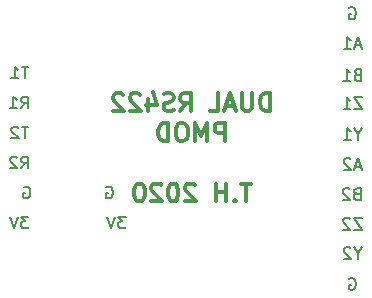
<source format=gbr>
G04 #@! TF.GenerationSoftware,KiCad,Pcbnew,(5.1.5)-3*
G04 #@! TF.CreationDate,2020-02-12T22:52:44+00:00*
G04 #@! TF.ProjectId,pmod-dualrs422,706d6f64-2d64-4756-916c-72733432322e,rev?*
G04 #@! TF.SameCoordinates,Original*
G04 #@! TF.FileFunction,Legend,Bot*
G04 #@! TF.FilePolarity,Positive*
%FSLAX46Y46*%
G04 Gerber Fmt 4.6, Leading zero omitted, Abs format (unit mm)*
G04 Created by KiCad (PCBNEW (5.1.5)-3) date 2020-02-12 22:52:44*
%MOMM*%
%LPD*%
G04 APERTURE LIST*
%ADD10C,0.150000*%
%ADD11C,0.300000*%
G04 APERTURE END LIST*
D10*
X243862575Y-103693340D02*
X243957813Y-103645720D01*
X244100670Y-103645720D01*
X244243527Y-103693340D01*
X244338765Y-103788578D01*
X244386384Y-103883816D01*
X244434003Y-104074292D01*
X244434003Y-104217149D01*
X244386384Y-104407625D01*
X244338765Y-104502863D01*
X244243527Y-104598101D01*
X244100670Y-104645720D01*
X244005432Y-104645720D01*
X243862575Y-104598101D01*
X243814956Y-104550482D01*
X243814956Y-104217149D01*
X244005432Y-104217149D01*
X243862575Y-126616840D02*
X243957813Y-126569220D01*
X244100670Y-126569220D01*
X244243527Y-126616840D01*
X244338765Y-126712078D01*
X244386384Y-126807316D01*
X244434003Y-126997792D01*
X244434003Y-127140649D01*
X244386384Y-127331125D01*
X244338765Y-127426363D01*
X244243527Y-127521601D01*
X244100670Y-127569220D01*
X244005432Y-127569220D01*
X243862575Y-127521601D01*
X243814956Y-127473982D01*
X243814956Y-127140649D01*
X244005432Y-127140649D01*
X223288575Y-118869840D02*
X223383813Y-118822220D01*
X223526670Y-118822220D01*
X223669527Y-118869840D01*
X223764765Y-118965078D01*
X223812384Y-119060316D01*
X223860003Y-119250792D01*
X223860003Y-119393649D01*
X223812384Y-119584125D01*
X223764765Y-119679363D01*
X223669527Y-119774601D01*
X223526670Y-119822220D01*
X223431432Y-119822220D01*
X223288575Y-119774601D01*
X223240956Y-119726982D01*
X223240956Y-119393649D01*
X223431432Y-119393649D01*
X224947384Y-121362220D02*
X224328337Y-121362220D01*
X224661670Y-121743173D01*
X224518813Y-121743173D01*
X224423575Y-121790792D01*
X224375956Y-121838411D01*
X224328337Y-121933649D01*
X224328337Y-122171744D01*
X224375956Y-122266982D01*
X224423575Y-122314601D01*
X224518813Y-122362220D01*
X224804527Y-122362220D01*
X224899765Y-122314601D01*
X224947384Y-122266982D01*
X224042622Y-121362220D02*
X223709289Y-122362220D01*
X223375956Y-121362220D01*
X216692384Y-121362220D02*
X216073337Y-121362220D01*
X216406670Y-121743173D01*
X216263813Y-121743173D01*
X216168575Y-121790792D01*
X216120956Y-121838411D01*
X216073337Y-121933649D01*
X216073337Y-122171744D01*
X216120956Y-122266982D01*
X216168575Y-122314601D01*
X216263813Y-122362220D01*
X216549527Y-122362220D01*
X216644765Y-122314601D01*
X216692384Y-122266982D01*
X215787622Y-121362220D02*
X215454289Y-122362220D01*
X215120956Y-121362220D01*
X216303575Y-118869840D02*
X216398813Y-118822220D01*
X216541670Y-118822220D01*
X216684527Y-118869840D01*
X216779765Y-118965078D01*
X216827384Y-119060316D01*
X216875003Y-119250792D01*
X216875003Y-119393649D01*
X216827384Y-119584125D01*
X216779765Y-119679363D01*
X216684527Y-119774601D01*
X216541670Y-119822220D01*
X216446432Y-119822220D01*
X216303575Y-119774601D01*
X216255956Y-119726982D01*
X216255956Y-119393649D01*
X216446432Y-119393649D01*
X216692384Y-108662220D02*
X216120956Y-108662220D01*
X216406670Y-109662220D02*
X216406670Y-108662220D01*
X215263813Y-109662220D02*
X215835241Y-109662220D01*
X215549527Y-109662220D02*
X215549527Y-108662220D01*
X215644765Y-108805078D01*
X215740003Y-108900316D01*
X215835241Y-108947935D01*
X216097146Y-112202220D02*
X216430480Y-111726030D01*
X216668575Y-112202220D02*
X216668575Y-111202220D01*
X216287622Y-111202220D01*
X216192384Y-111249840D01*
X216144765Y-111297459D01*
X216097146Y-111392697D01*
X216097146Y-111535554D01*
X216144765Y-111630792D01*
X216192384Y-111678411D01*
X216287622Y-111726030D01*
X216668575Y-111726030D01*
X215144765Y-112202220D02*
X215716194Y-112202220D01*
X215430480Y-112202220D02*
X215430480Y-111202220D01*
X215525718Y-111345078D01*
X215620956Y-111440316D01*
X215716194Y-111487935D01*
X216097146Y-117282220D02*
X216430480Y-116806030D01*
X216668575Y-117282220D02*
X216668575Y-116282220D01*
X216287622Y-116282220D01*
X216192384Y-116329840D01*
X216144765Y-116377459D01*
X216097146Y-116472697D01*
X216097146Y-116615554D01*
X216144765Y-116710792D01*
X216192384Y-116758411D01*
X216287622Y-116806030D01*
X216668575Y-116806030D01*
X215716194Y-116377459D02*
X215668575Y-116329840D01*
X215573337Y-116282220D01*
X215335241Y-116282220D01*
X215240003Y-116329840D01*
X215192384Y-116377459D01*
X215144765Y-116472697D01*
X215144765Y-116567935D01*
X215192384Y-116710792D01*
X215763813Y-117282220D01*
X215144765Y-117282220D01*
X216692384Y-113742220D02*
X216120956Y-113742220D01*
X216406670Y-114742220D02*
X216406670Y-113742220D01*
X215835241Y-113837459D02*
X215787622Y-113789840D01*
X215692384Y-113742220D01*
X215454289Y-113742220D01*
X215359051Y-113789840D01*
X215311432Y-113837459D01*
X215263813Y-113932697D01*
X215263813Y-114027935D01*
X215311432Y-114170792D01*
X215882860Y-114742220D01*
X215263813Y-114742220D01*
D11*
X237142622Y-112413411D02*
X237142622Y-110913411D01*
X236785480Y-110913411D01*
X236571194Y-110984840D01*
X236428337Y-111127697D01*
X236356908Y-111270554D01*
X236285480Y-111556268D01*
X236285480Y-111770554D01*
X236356908Y-112056268D01*
X236428337Y-112199125D01*
X236571194Y-112341982D01*
X236785480Y-112413411D01*
X237142622Y-112413411D01*
X235642622Y-110913411D02*
X235642622Y-112127697D01*
X235571194Y-112270554D01*
X235499765Y-112341982D01*
X235356908Y-112413411D01*
X235071194Y-112413411D01*
X234928337Y-112341982D01*
X234856908Y-112270554D01*
X234785480Y-112127697D01*
X234785480Y-110913411D01*
X234142622Y-111984840D02*
X233428337Y-111984840D01*
X234285480Y-112413411D02*
X233785480Y-110913411D01*
X233285480Y-112413411D01*
X232071194Y-112413411D02*
X232785480Y-112413411D01*
X232785480Y-110913411D01*
X229571194Y-112413411D02*
X230071194Y-111699125D01*
X230428337Y-112413411D02*
X230428337Y-110913411D01*
X229856908Y-110913411D01*
X229714051Y-110984840D01*
X229642622Y-111056268D01*
X229571194Y-111199125D01*
X229571194Y-111413411D01*
X229642622Y-111556268D01*
X229714051Y-111627697D01*
X229856908Y-111699125D01*
X230428337Y-111699125D01*
X228999765Y-112341982D02*
X228785480Y-112413411D01*
X228428337Y-112413411D01*
X228285480Y-112341982D01*
X228214051Y-112270554D01*
X228142622Y-112127697D01*
X228142622Y-111984840D01*
X228214051Y-111841982D01*
X228285480Y-111770554D01*
X228428337Y-111699125D01*
X228714051Y-111627697D01*
X228856908Y-111556268D01*
X228928337Y-111484840D01*
X228999765Y-111341982D01*
X228999765Y-111199125D01*
X228928337Y-111056268D01*
X228856908Y-110984840D01*
X228714051Y-110913411D01*
X228356908Y-110913411D01*
X228142622Y-110984840D01*
X226856908Y-111413411D02*
X226856908Y-112413411D01*
X227214051Y-110841982D02*
X227571194Y-111913411D01*
X226642622Y-111913411D01*
X226142622Y-111056268D02*
X226071194Y-110984840D01*
X225928337Y-110913411D01*
X225571194Y-110913411D01*
X225428337Y-110984840D01*
X225356908Y-111056268D01*
X225285480Y-111199125D01*
X225285480Y-111341982D01*
X225356908Y-111556268D01*
X226214051Y-112413411D01*
X225285480Y-112413411D01*
X224714051Y-111056268D02*
X224642622Y-110984840D01*
X224499765Y-110913411D01*
X224142622Y-110913411D01*
X223999765Y-110984840D01*
X223928337Y-111056268D01*
X223856908Y-111199125D01*
X223856908Y-111341982D01*
X223928337Y-111556268D01*
X224785480Y-112413411D01*
X223856908Y-112413411D01*
X233321194Y-114963411D02*
X233321194Y-113463411D01*
X232749765Y-113463411D01*
X232606908Y-113534840D01*
X232535480Y-113606268D01*
X232464051Y-113749125D01*
X232464051Y-113963411D01*
X232535480Y-114106268D01*
X232606908Y-114177697D01*
X232749765Y-114249125D01*
X233321194Y-114249125D01*
X231821194Y-114963411D02*
X231821194Y-113463411D01*
X231321194Y-114534840D01*
X230821194Y-113463411D01*
X230821194Y-114963411D01*
X229821194Y-113463411D02*
X229535480Y-113463411D01*
X229392622Y-113534840D01*
X229249765Y-113677697D01*
X229178337Y-113963411D01*
X229178337Y-114463411D01*
X229249765Y-114749125D01*
X229392622Y-114891982D01*
X229535480Y-114963411D01*
X229821194Y-114963411D01*
X229964051Y-114891982D01*
X230106908Y-114749125D01*
X230178337Y-114463411D01*
X230178337Y-113963411D01*
X230106908Y-113677697D01*
X229964051Y-113534840D01*
X229821194Y-113463411D01*
X228535480Y-114963411D02*
X228535480Y-113463411D01*
X228178337Y-113463411D01*
X227964051Y-113534840D01*
X227821194Y-113677697D01*
X227749765Y-113820554D01*
X227678337Y-114106268D01*
X227678337Y-114320554D01*
X227749765Y-114606268D01*
X227821194Y-114749125D01*
X227964051Y-114891982D01*
X228178337Y-114963411D01*
X228535480Y-114963411D01*
X235535480Y-118563411D02*
X234678337Y-118563411D01*
X235106908Y-120063411D02*
X235106908Y-118563411D01*
X234178337Y-119920554D02*
X234106908Y-119991982D01*
X234178337Y-120063411D01*
X234249765Y-119991982D01*
X234178337Y-119920554D01*
X234178337Y-120063411D01*
X233464051Y-120063411D02*
X233464051Y-118563411D01*
X233464051Y-119277697D02*
X232606908Y-119277697D01*
X232606908Y-120063411D02*
X232606908Y-118563411D01*
X230821194Y-118706268D02*
X230749765Y-118634840D01*
X230606908Y-118563411D01*
X230249765Y-118563411D01*
X230106908Y-118634840D01*
X230035480Y-118706268D01*
X229964051Y-118849125D01*
X229964051Y-118991982D01*
X230035480Y-119206268D01*
X230892622Y-120063411D01*
X229964051Y-120063411D01*
X229035480Y-118563411D02*
X228892622Y-118563411D01*
X228749765Y-118634840D01*
X228678337Y-118706268D01*
X228606908Y-118849125D01*
X228535480Y-119134840D01*
X228535480Y-119491982D01*
X228606908Y-119777697D01*
X228678337Y-119920554D01*
X228749765Y-119991982D01*
X228892622Y-120063411D01*
X229035480Y-120063411D01*
X229178337Y-119991982D01*
X229249765Y-119920554D01*
X229321194Y-119777697D01*
X229392622Y-119491982D01*
X229392622Y-119134840D01*
X229321194Y-118849125D01*
X229249765Y-118706268D01*
X229178337Y-118634840D01*
X229035480Y-118563411D01*
X227964051Y-118706268D02*
X227892622Y-118634840D01*
X227749765Y-118563411D01*
X227392622Y-118563411D01*
X227249765Y-118634840D01*
X227178337Y-118706268D01*
X227106908Y-118849125D01*
X227106908Y-118991982D01*
X227178337Y-119206268D01*
X228035480Y-120063411D01*
X227106908Y-120063411D01*
X226178337Y-118563411D02*
X226035480Y-118563411D01*
X225892622Y-118634840D01*
X225821194Y-118706268D01*
X225749765Y-118849125D01*
X225678337Y-119134840D01*
X225678337Y-119491982D01*
X225749765Y-119777697D01*
X225821194Y-119920554D01*
X225892622Y-119991982D01*
X226035480Y-120063411D01*
X226178337Y-120063411D01*
X226321194Y-119991982D01*
X226392622Y-119920554D01*
X226464051Y-119777697D01*
X226535480Y-119491982D01*
X226535480Y-119134840D01*
X226464051Y-118849125D01*
X226392622Y-118706268D01*
X226321194Y-118634840D01*
X226178337Y-118563411D01*
D10*
X244571190Y-124476190D02*
X244571190Y-124952380D01*
X244904523Y-123952380D02*
X244571190Y-124476190D01*
X244237857Y-123952380D01*
X243952142Y-124047619D02*
X243904523Y-124000000D01*
X243809285Y-123952380D01*
X243571190Y-123952380D01*
X243475952Y-124000000D01*
X243428333Y-124047619D01*
X243380714Y-124142857D01*
X243380714Y-124238095D01*
X243428333Y-124380952D01*
X243999761Y-124952380D01*
X243380714Y-124952380D01*
X244904523Y-121452380D02*
X244237857Y-121452380D01*
X244904523Y-122452380D01*
X244237857Y-122452380D01*
X243904523Y-121547619D02*
X243856904Y-121500000D01*
X243761666Y-121452380D01*
X243523571Y-121452380D01*
X243428333Y-121500000D01*
X243380714Y-121547619D01*
X243333095Y-121642857D01*
X243333095Y-121738095D01*
X243380714Y-121880952D01*
X243952142Y-122452380D01*
X243333095Y-122452380D01*
X244499761Y-119428571D02*
X244356904Y-119476190D01*
X244309285Y-119523809D01*
X244261666Y-119619047D01*
X244261666Y-119761904D01*
X244309285Y-119857142D01*
X244356904Y-119904761D01*
X244452142Y-119952380D01*
X244833095Y-119952380D01*
X244833095Y-118952380D01*
X244499761Y-118952380D01*
X244404523Y-119000000D01*
X244356904Y-119047619D01*
X244309285Y-119142857D01*
X244309285Y-119238095D01*
X244356904Y-119333333D01*
X244404523Y-119380952D01*
X244499761Y-119428571D01*
X244833095Y-119428571D01*
X243880714Y-119047619D02*
X243833095Y-119000000D01*
X243737857Y-118952380D01*
X243499761Y-118952380D01*
X243404523Y-119000000D01*
X243356904Y-119047619D01*
X243309285Y-119142857D01*
X243309285Y-119238095D01*
X243356904Y-119380952D01*
X243928333Y-119952380D01*
X243309285Y-119952380D01*
X244809285Y-117116666D02*
X244333095Y-117116666D01*
X244904523Y-117402380D02*
X244571190Y-116402380D01*
X244237857Y-117402380D01*
X243952142Y-116497619D02*
X243904523Y-116450000D01*
X243809285Y-116402380D01*
X243571190Y-116402380D01*
X243475952Y-116450000D01*
X243428333Y-116497619D01*
X243380714Y-116592857D01*
X243380714Y-116688095D01*
X243428333Y-116830952D01*
X243999761Y-117402380D01*
X243380714Y-117402380D01*
X244621190Y-114376190D02*
X244621190Y-114852380D01*
X244954523Y-113852380D02*
X244621190Y-114376190D01*
X244287857Y-113852380D01*
X243430714Y-114852380D02*
X244002142Y-114852380D01*
X243716428Y-114852380D02*
X243716428Y-113852380D01*
X243811666Y-113995238D01*
X243906904Y-114090476D01*
X244002142Y-114138095D01*
X244954523Y-111252380D02*
X244287857Y-111252380D01*
X244954523Y-112252380D01*
X244287857Y-112252380D01*
X243383095Y-112252380D02*
X243954523Y-112252380D01*
X243668809Y-112252380D02*
X243668809Y-111252380D01*
X243764047Y-111395238D01*
X243859285Y-111490476D01*
X243954523Y-111538095D01*
X244549761Y-109328571D02*
X244406904Y-109376190D01*
X244359285Y-109423809D01*
X244311666Y-109519047D01*
X244311666Y-109661904D01*
X244359285Y-109757142D01*
X244406904Y-109804761D01*
X244502142Y-109852380D01*
X244883095Y-109852380D01*
X244883095Y-108852380D01*
X244549761Y-108852380D01*
X244454523Y-108900000D01*
X244406904Y-108947619D01*
X244359285Y-109042857D01*
X244359285Y-109138095D01*
X244406904Y-109233333D01*
X244454523Y-109280952D01*
X244549761Y-109328571D01*
X244883095Y-109328571D01*
X243359285Y-109852380D02*
X243930714Y-109852380D01*
X243645000Y-109852380D02*
X243645000Y-108852380D01*
X243740238Y-108995238D01*
X243835476Y-109090476D01*
X243930714Y-109138095D01*
X244859285Y-106866666D02*
X244383095Y-106866666D01*
X244954523Y-107152380D02*
X244621190Y-106152380D01*
X244287857Y-107152380D01*
X243430714Y-107152380D02*
X244002142Y-107152380D01*
X243716428Y-107152380D02*
X243716428Y-106152380D01*
X243811666Y-106295238D01*
X243906904Y-106390476D01*
X244002142Y-106438095D01*
M02*

</source>
